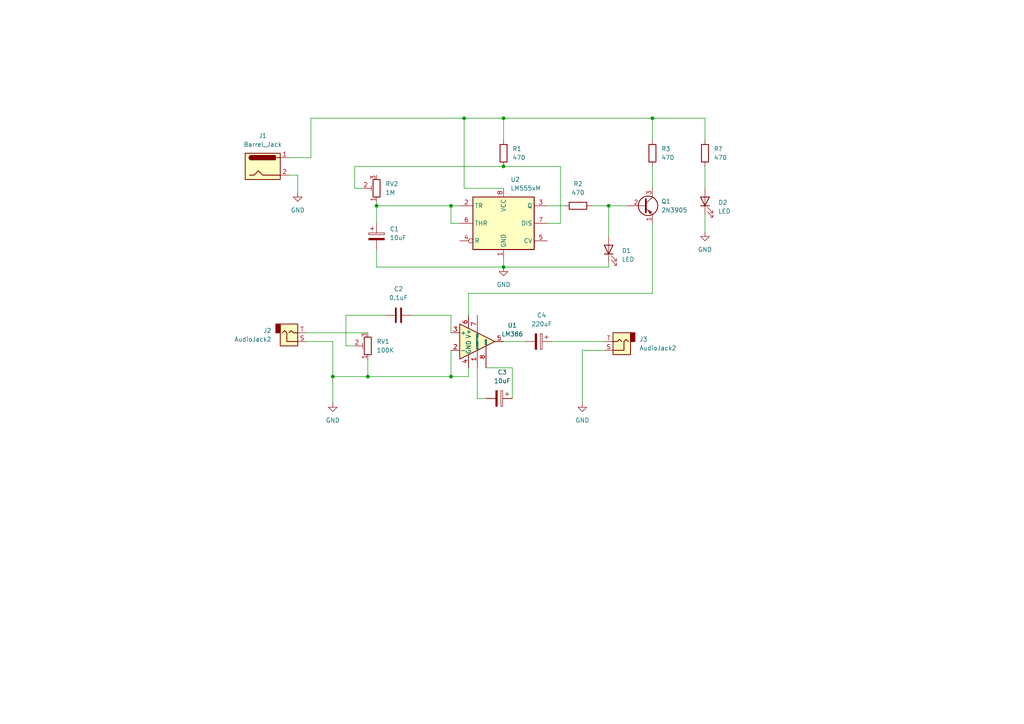
<source format=kicad_sch>
(kicad_sch (version 20211123) (generator eeschema)
  (paper "A4")
  (lib_symbols
    (symbol "Amplifier_Audio:LM386" (pin_names (offset 0.127))
      (property "Reference" "U" (at 1.27 7.62 0))
      (property "Value" "LM386" (at 1.27 5.08 0))
      (symbol "LM386_0_1"
        (polyline (pts (xy 5.08 0) (xy -5.08 5.08) (xy -5.08 -5.08) (xy 5.08 0)) (stroke (width 0.254)) (fill (type background)))
      )
      (symbol "LM386_1_1"
        (pin input line (at 0 -7.62 90) (length 5.08) (name "GAIN") (number "1"))
        (pin input line (at -7.62 -2.54 0) (length 2.54) (name "-") (number "2"))
        (pin input line (at -7.62 2.54 0) (length 2.54) (name "+") (number "3"))
        (pin power_in line (at -2.54 -7.62 90) (length 3.81) (name "GND") (number "4"))
        (pin output line (at 7.62 0 180) (length 2.54) (name "~") (number "5"))
        (pin power_in line (at -2.54 7.62 270) (length 3.81) (name "V+") (number "6"))
        (pin input line (at 0 7.62 270) (length 5.08) (name "BYPASS") (number "7"))
        (pin input line (at 2.54 -7.62 90) (length 6.35) (name "GAIN") (number "8"))
      )
    )
    (symbol "Connector:AudioJack2"
      (property "Reference" "J" (at 0 8.89 0))
      (property "Value" "AudioJack2" (at 0 6.35 0))
      (symbol "AudioJack2_0_1"
        (rectangle (start -3.81 0) (end -2.54 -2.54) (stroke (width 0.254)) (fill (type outline)))
        (rectangle (start -2.54 3.81) (end 2.54 -2.54) (stroke (width 0.254)) (fill (type background)))
        (polyline (pts (xy 0 0) (xy 0.635 -0.635) (xy 1.27 0) (xy 2.54 0)) (stroke (width 0.254)))
        (polyline (pts (xy 2.54 2.54) (xy -0.635 2.54) (xy -0.635 0) (xy -1.27 -0.635) (xy -1.905 0)) (stroke (width 0.254)))
      )
      (symbol "AudioJack2_1_1"
        (pin passive line (at 5.08 2.54 180) (length 2.54) (name "~") (number "S"))
        (pin passive line (at 5.08 0 180) (length 2.54) (name "~") (number "T"))
      )
    )
    (symbol "Connector:Barrel_Jack" (pin_names (offset 1.016))
      (property "Reference" "J" (at 0 5.334 0))
      (property "Value" "Barrel_Jack" (at 0 -5.08 0))
      (symbol "Barrel_Jack_0_1"
        (rectangle (start -5.08 3.81) (end 5.08 -3.81) (stroke (width 0.254)) (fill (type background)))
        (arc (start -3.302 3.175) (mid -3.937 2.54) (end -3.302 1.905) (stroke (width 0.254)))
        (arc (start -3.302 3.175) (mid -3.937 2.54) (end -3.302 1.905) (stroke (width 0.254)) (fill (type outline)))
        (polyline (pts (xy 5.08 2.54) (xy 3.81 2.54)) (stroke (width 0.254)))
        (polyline (pts (xy -3.81 -2.54) (xy -2.54 -2.54) (xy -1.27 -1.27) (xy 0 -2.54) (xy 2.54 -2.54) (xy 5.08 -2.54)) (stroke (width 0.254)))
        (rectangle (start 3.683 3.175) (end -3.302 1.905) (stroke (width 0.254)) (fill (type outline)))
      )
      (symbol "Barrel_Jack_1_1"
        (pin passive line (at 7.62 2.54 180) (length 2.54) (name "~") (number "1"))
        (pin passive line (at 7.62 -2.54 180) (length 2.54) (name "~") (number "2"))
      )
    )
    (symbol "Device:C" (pin_numbers hide) (pin_names (offset 0.254))
      (property "Reference" "C" (at 0.635 2.54 0))
      (property "Value" "C" (at 0.635 -2.54 0))
      (symbol "C_0_1"
        (polyline (pts (xy -2.032 -0.762) (xy 2.032 -0.762)) (stroke (width 0.508)))
        (polyline (pts (xy -2.032 0.762) (xy 2.032 0.762)) (stroke (width 0.508)))
      )
      (symbol "C_1_1"
        (pin passive line (at 0 3.81 270) (length 2.794) (name "~") (number "1"))
        (pin passive line (at 0 -3.81 90) (length 2.794) (name "~") (number "2"))
      )
    )
    (symbol "Device:C_Polarized" (pin_numbers hide) (pin_names (offset 0.254))
      (property "Reference" "C" (at 0.635 2.54 0))
      (property "Value" "C_Polarized" (at 0.635 -2.54 0))
      (symbol "C_Polarized_0_1"
        (rectangle (start -2.286 0.508) (end 2.286 1.016))
        (polyline (pts (xy -1.778 2.286) (xy -0.762 2.286)))
        (polyline (pts (xy -1.27 2.794) (xy -1.27 1.778)))
        (rectangle (start 2.286 -0.508) (end -2.286 -1.016) (fill (type outline)))
      )
      (symbol "C_Polarized_1_1"
        (pin passive line (at 0 3.81 270) (length 2.794) (name "~") (number "1"))
        (pin passive line (at 0 -3.81 90) (length 2.794) (name "~") (number "2"))
      )
    )
    (symbol "Device:LED" (pin_numbers hide) (pin_names (offset 1.016) hide)
      (property "Reference" "D" (at 0 2.54 0))
      (property "Value" "LED" (at 0 -2.54 0))
      (symbol "LED_0_1"
        (polyline (pts (xy -1.27 -1.27) (xy -1.27 1.27)) (stroke (width 0.254)))
        (polyline (pts (xy -1.27 0) (xy 1.27 0)))
        (polyline (pts (xy 1.27 -1.27) (xy 1.27 1.27) (xy -1.27 0) (xy 1.27 -1.27)) (stroke (width 0.254)))
        (polyline (pts (xy -3.048 -0.762) (xy -4.572 -2.286) (xy -3.81 -2.286) (xy -4.572 -2.286) (xy -4.572 -1.524)))
        (polyline (pts (xy -1.778 -0.762) (xy -3.302 -2.286) (xy -2.54 -2.286) (xy -3.302 -2.286) (xy -3.302 -1.524)))
      )
      (symbol "LED_1_1"
        (pin passive line (at -3.81 0 0) (length 2.54) (name "K") (number "1"))
        (pin passive line (at 3.81 0 180) (length 2.54) (name "A") (number "2"))
      )
    )
    (symbol "Device:R" (pin_numbers hide) (pin_names (offset 0))
      (property "Reference" "R" (at 2.032 0 90))
      (property "Value" "R" (at 0 0 90))
      (symbol "R_0_1"
        (rectangle (start -1.016 -2.54) (end 1.016 2.54) (stroke (width 0.254)))
      )
      (symbol "R_1_1"
        (pin passive line (at 0 3.81 270) (length 1.27) (name "~") (number "1"))
        (pin passive line (at 0 -3.81 90) (length 1.27) (name "~") (number "2"))
      )
    )
    (symbol "Device:R_Potentiometer_Trim" (pin_names (offset 1.016) hide)
      (property "Reference" "RV" (at -4.445 0 90))
      (property "Value" "R_Potentiometer_Trim" (at -2.54 0 90))
      (symbol "R_Potentiometer_Trim_0_1"
        (polyline (pts (xy 1.524 0.762) (xy 1.524 -0.762)))
        (polyline (pts (xy 2.54 0) (xy 1.524 0)))
        (rectangle (start 1.016 2.54) (end -1.016 -2.54) (stroke (width 0.254)))
      )
      (symbol "R_Potentiometer_Trim_1_1"
        (pin passive line (at 0 3.81 270) (length 1.27) (name "1") (number "1"))
        (pin passive line (at 3.81 0 180) (length 1.27) (name "2") (number "2"))
        (pin passive line (at 0 -3.81 90) (length 1.27) (name "3") (number "3"))
      )
    )
    (symbol "Timer:LM555xM"
      (property "Reference" "U?" (at 2.0194 12.7 0))
      (property "Value" "LM555xM" (at 2.0194 10.16 0))
      (symbol "LM555xM_0_0"
        (pin power_in line (at 0 -10.16 90) (length 2.54) (name "GND") (number "1"))
        (pin power_in line (at 0 10.16 270) (length 2.54) (name "VCC") (number "8"))
      )
      (symbol "LM555xM_0_1"
        (rectangle (start -8.89 -7.62) (end 8.89 7.62) (stroke (width 0.254)) (fill (type background)))
        (rectangle (start -8.89 -7.62) (end 8.89 7.62) (stroke (width 0.254)) (fill (type background)))
      )
      (symbol "LM555xM_1_1"
        (pin input line (at -12.7 5.08 0) (length 3.81) (name "TR") (number "2"))
        (pin output line (at 12.7 5.08 180) (length 3.81) (name "Q") (number "3"))
        (pin input inverted (at -12.7 -5.08 0) (length 3.81) (name "R") (number "4"))
        (pin input line (at 12.7 -5.08 180) (length 3.81) (name "CV") (number "5"))
        (pin input line (at -12.7 0 0) (length 3.81) (name "THR") (number "6"))
        (pin input line (at 12.7 0 180) (length 3.81) (name "DIS") (number "7"))
      )
    )
    (symbol "Transistor_BJT:2N3905" (pin_names (offset 0) hide)
      (property "Reference" "Q" (at 5.08 1.905 0))
      (property "Value" "2N3905" (at 5.08 0 0))
      (symbol "2N3905_0_1"
        (polyline (pts (xy 0.635 0.635) (xy 2.54 2.54)))
        (polyline (pts (xy 0.635 -0.635) (xy 2.54 -2.54) (xy 2.54 -2.54)))
        (polyline (pts (xy 0.635 1.905) (xy 0.635 -1.905) (xy 0.635 -1.905)) (stroke (width 0.508)))
        (polyline (pts (xy 2.286 -1.778) (xy 1.778 -2.286) (xy 1.27 -1.27) (xy 2.286 -1.778) (xy 2.286 -1.778)) (fill (type outline)))
        (circle (center 1.27 0) (radius 2.8194) (stroke (width 0.254)))
      )
      (symbol "2N3905_1_1"
        (pin passive line (at 2.54 -5.08 90) (length 2.54) (name "E") (number "1"))
        (pin input line (at -5.08 0 0) (length 5.715) (name "B") (number "2"))
        (pin passive line (at 2.54 5.08 270) (length 2.54) (name "C") (number "3"))
      )
    )
    (symbol "power:GND" (power) (pin_names (offset 0))
      (property "Value" "GND" (at 0 -3.81 0))
      (symbol "GND_0_1"
        (polyline (pts (xy 0 0) (xy 0 -1.27) (xy 1.27 -1.27) (xy 0 -2.54) (xy -1.27 -1.27) (xy 0 -1.27)))
      )
      (symbol "GND_1_1"
        (pin power_in line (at 0 0 270) (length 0) hide (name "GND") (number "1"))
      )
    )
  )
  (junction (at 146.05 48.26))
  (junction (at 109.22 59.69))
  (junction (at 146.05 34.29))
  (junction (at 146.05 77.47))
  (junction (at 96.52 109.22))
  (junction (at 106.68 109.22))
  (junction (at 130.81 59.69))
  (junction (at 176.53 59.69))
  (junction (at 189.23 34.29))
  (junction (at 134.62 34.29))
  (junction (at 130.81 109.22))
  (wire (pts (xy 96.52 99.06) (xy 96.52 109.22)))
  (wire (pts (xy 106.68 109.22) (xy 130.81 109.22)))
  (wire (pts (xy 146.05 48.26) (xy 162.56 48.26)))
  (wire (pts (xy 148.59 115.57) (xy 148.59 106.68)))
  (wire (pts (xy 106.68 109.22) (xy 96.52 109.22)))
  (wire (pts (xy 90.17 45.72) (xy 90.17 34.29)))
  (wire (pts (xy 135.89 91.44) (xy 135.89 85.09)))
  (wire (pts (xy 189.23 34.29) (xy 189.23 40.64)))
  (wire (pts (xy 102.87 54.61) (xy 105.41 54.61)))
  (wire (pts (xy 119.38 91.44) (xy 130.81 91.44)))
  (wire (pts (xy 162.56 48.26) (xy 162.56 64.77)))
  (wire (pts (xy 138.43 115.57) (xy 140.97 115.57)))
  (wire (pts (xy 130.81 101.6) (xy 130.81 109.22)))
  (wire (pts (xy 88.9 96.52) (xy 106.68 96.52)))
  (wire (pts (xy 176.53 77.47) (xy 176.53 76.2)))
  (wire (pts (xy 175.26 101.6) (xy 168.91 101.6)))
  (wire (pts (xy 189.23 48.26) (xy 189.23 54.61)))
  (wire (pts (xy 146.05 74.93) (xy 146.05 77.47)))
  (wire (pts (xy 204.47 34.29) (xy 204.47 40.64)))
  (wire (pts (xy 130.81 64.77) (xy 133.35 64.77)))
  (wire (pts (xy 83.82 45.72) (xy 90.17 45.72)))
  (wire (pts (xy 100.33 100.33) (xy 102.87 100.33)))
  (wire (pts (xy 168.91 101.6) (xy 168.91 116.84)))
  (wire (pts (xy 204.47 48.26) (xy 204.47 54.61)))
  (wire (pts (xy 146.05 77.47) (xy 176.53 77.47)))
  (wire (pts (xy 109.22 72.39) (xy 109.22 77.47)))
  (wire (pts (xy 109.22 77.47) (xy 146.05 77.47)))
  (wire (pts (xy 160.02 99.06) (xy 175.26 99.06)))
  (wire (pts (xy 189.23 34.29) (xy 204.47 34.29)))
  (wire (pts (xy 176.53 59.69) (xy 181.61 59.69)))
  (wire (pts (xy 146.05 54.61) (xy 134.62 54.61)))
  (wire (pts (xy 96.52 109.22) (xy 96.52 116.84)))
  (wire (pts (xy 146.05 34.29) (xy 146.05 40.64)))
  (wire (pts (xy 109.22 59.69) (xy 130.81 59.69)))
  (wire (pts (xy 102.87 48.26) (xy 102.87 54.61)))
  (wire (pts (xy 146.05 99.06) (xy 152.4 99.06)))
  (wire (pts (xy 130.81 109.22) (xy 135.89 109.22)))
  (wire (pts (xy 130.81 59.69) (xy 130.81 64.77)))
  (wire (pts (xy 111.76 91.44) (xy 100.33 91.44)))
  (wire (pts (xy 86.36 50.8) (xy 86.36 55.88)))
  (wire (pts (xy 134.62 54.61) (xy 134.62 34.29)))
  (wire (pts (xy 83.82 50.8) (xy 86.36 50.8)))
  (wire (pts (xy 146.05 34.29) (xy 189.23 34.29)))
  (wire (pts (xy 100.33 91.44) (xy 100.33 100.33)))
  (wire (pts (xy 148.59 106.68) (xy 140.97 106.68)))
  (wire (pts (xy 106.68 104.14) (xy 106.68 109.22)))
  (wire (pts (xy 189.23 85.09) (xy 189.23 64.77)))
  (wire (pts (xy 146.05 48.26) (xy 102.87 48.26)))
  (wire (pts (xy 171.45 59.69) (xy 176.53 59.69)))
  (wire (pts (xy 109.22 58.42) (xy 109.22 59.69)))
  (wire (pts (xy 134.62 34.29) (xy 146.05 34.29)))
  (wire (pts (xy 138.43 106.68) (xy 138.43 115.57)))
  (wire (pts (xy 158.75 59.69) (xy 163.83 59.69)))
  (wire (pts (xy 88.9 99.06) (xy 96.52 99.06)))
  (wire (pts (xy 135.89 109.22) (xy 135.89 106.68)))
  (wire (pts (xy 135.89 85.09) (xy 189.23 85.09)))
  (wire (pts (xy 130.81 59.69) (xy 133.35 59.69)))
  (wire (pts (xy 176.53 59.69) (xy 176.53 68.58)))
  (wire (pts (xy 90.17 34.29) (xy 134.62 34.29)))
  (wire (pts (xy 204.47 62.23) (xy 204.47 67.31)))
  (wire (pts (xy 109.22 59.69) (xy 109.22 64.77)))
  (wire (pts (xy 158.75 64.77) (xy 162.56 64.77)))
  (wire (pts (xy 130.81 91.44) (xy 130.81 96.52)))
  (symbol (lib_id "Device:R_Potentiometer_Trim") (at 109.22 54.61 180) (unit 1)
    (property "Reference" "RV2" (at 111.76 53.3399 0) (effects (justify right)))
    (property "Value" "1M" (at 111.76 55.8799 0) (effects (justify right)))
    (property "Footprint" "Potentiometer_THT:Potentiometer_ACP_CA6-H2,5_Horizontal" (effects hide))
  )
  (symbol (lib_id "power:GND") (at 86.36 55.88 0) (unit 1)
    (property "Reference" "#PWR01" (effects hide))
    (property "Value" "GND" (at 86.36 60.96 0))
  )
  (symbol (lib_id "Transistor_BJT:2N3905") (at 186.69 59.69 0) (unit 1)
    (property "Reference" "Q1" (at 191.77 58.4199 0) (effects (justify left)))
    (property "Value" "2N3905" (at 191.77 60.9599 0) (effects (justify left)))
    (property "Footprint" "Package_TO_SOT_THT:TO-92_Inline" (effects hide))
    (property "Datasheet" "https://www.nteinc.com/specs/original/2N3905_06.pdf" (effects hide))
  )
  (symbol (lib_id "Device:R") (at 146.05 44.45 0) (unit 1)
    (property "Reference" "R1" (at 148.59 43.1799 0) (effects (justify left)))
    (property "Value" "470" (at 148.59 45.7199 0) (effects (justify left)))
    (property "Footprint" "Resistor_THT:R_Array_SIP4" (effects hide))
  )
  (symbol (lib_id "Connector:Barrel_Jack") (at 76.2 48.26 0) (unit 1)
    (property "Reference" "J1" (at 76.2 39.37 0))
    (property "Value" "Barrel_Jack" (at 76.2 41.91 0))
    (property "Footprint" "Connector_BarrelJack:BarrelJack_CLIFF_FC681465S_SMT_Horizontal" (effects hide))
  )
  (symbol (lib_id "power:GND") (at 168.91 116.84 0) (unit 1)
    (property "Reference" "#PWR04" (effects hide))
    (property "Value" "GND" (at 168.91 121.92 0))
  )
  (symbol (lib_id "Device:LED") (at 176.53 72.39 90) (unit 1)
    (property "Reference" "D1" (at 180.34 72.7074 90) (effects (justify right)))
    (property "Value" "LED" (at 180.34 75.2474 90) (effects (justify right)))
    (property "Footprint" "LED_THT:LED_BL-FL7680RGB" (effects hide))
  )
  (symbol (lib_id "Device:C") (at 115.57 91.44 90) (unit 1)
    (property "Reference" "C2" (at 115.57 83.82 90))
    (property "Value" "0.1uF" (at 115.57 86.36 90))
    (property "Footprint" "Capacitor_THT:CP_Axial_L10.0mm_D4.5mm_P15.00mm_Horizontal" (effects hide))
  )
  (symbol (lib_id "power:GND") (at 204.47 67.31 0) (unit 1)
    (property "Reference" "#PWR05" (effects hide))
    (property "Value" "GND" (at 204.47 72.39 0))
  )
  (symbol (lib_id "Device:C_Polarized") (at 144.78 115.57 270) (unit 1)
    (property "Reference" "C3" (at 145.669 107.95 90))
    (property "Value" "10uF" (at 145.669 110.49 90))
    (property "Footprint" "Capacitor_THT:CP_Axial_L10.0mm_D4.5mm_P15.00mm_Horizontal" (effects hide))
  )
  (symbol (lib_id "Device:R") (at 167.64 59.69 90) (unit 1)
    (property "Reference" "R2" (at 167.64 53.34 90))
    (property "Value" "470" (at 167.64 55.88 90))
    (property "Footprint" "Resistor_THT:R_Array_SIP4" (effects hide))
  )
  (symbol (lib_id "Device:R_Potentiometer_Trim") (at 106.68 100.33 180) (unit 1)
    (property "Reference" "RV1" (at 109.22 99.0599 0) (effects (justify right)))
    (property "Value" "100K" (at 109.22 101.5999 0) (effects (justify right)))
    (property "Footprint" "Potentiometer_THT:Potentiometer_ACP_CA6-H2,5_Horizontal" (effects hide))
  )
  (symbol (lib_id "Device:R") (at 189.23 44.45 0) (unit 1)
    (property "Reference" "R3" (at 191.77 43.1799 0) (effects (justify left)))
    (property "Value" "470" (at 191.77 45.7199 0) (effects (justify left)))
    (property "Footprint" "Resistor_THT:R_Array_SIP4" (effects hide))
  )
  (symbol (lib_id "Device:C_Polarized") (at 156.21 99.06 270) (unit 1)
    (property "Reference" "C4" (at 157.099 91.44 90))
    (property "Value" "220uF" (at 157.099 93.98 90))
    (property "Footprint" "Capacitor_THT:CP_Axial_L10.0mm_D4.5mm_P15.00mm_Horizontal" (effects hide))
  )
  (symbol (lib_id "Connector:AudioJack2") (at 83.82 96.52 0) (mirror x) (unit 1)
    (property "Reference" "J2" (at 78.74 95.8849 0) (effects (justify right)))
    (property "Value" "AudioJack2" (at 78.74 98.4249 0) (effects (justify right)))
    (property "Footprint" "Connector_Audio:Jack_3.5mm_CUI_SJ-3523-SMT_Horizontal" (effects hide))
  )
  (symbol (lib_id "Timer:LM555xM") (at 146.05 64.77 0) (unit 1)
    (property "Reference" "U2" (at 148.0694 52.07 0) (effects (justify left)))
    (property "Value" "LM555xM" (at 148.0694 54.61 0) (effects (justify left)))
    (property "Footprint" "Package_SO:SOIC-8_3.9x4.9mm_P1.27mm" (effects hide))
    (property "Datasheet" "http://www.ti.com/lit/ds/symlink/lm555.pdf" (effects hide))
  )
  (symbol (lib_id "Device:C_Polarized") (at 109.22 68.58 0) (unit 1)
    (property "Reference" "C1" (at 113.03 66.4209 0) (effects (justify left)))
    (property "Value" "10uF" (at 113.03 68.9609 0) (effects (justify left)))
    (property "Footprint" "Capacitor_THT:CP_Axial_L10.0mm_D4.5mm_P15.00mm_Horizontal" (effects hide))
  )
  (symbol (lib_id "Connector:AudioJack2") (at 180.34 99.06 180) (unit 1)
    (property "Reference" "J3" (at 185.42 98.4249 0) (effects (justify right)))
    (property "Value" "AudioJack2" (at 185.42 100.9649 0) (effects (justify right)))
    (property "Footprint" "Connector_Audio:Jack_3.5mm_CUI_SJ-3523-SMT_Horizontal" (effects hide))
  )
  (symbol (lib_id "power:GND") (at 96.52 116.84 0) (unit 1)
    (property "Reference" "#PWR02" (effects hide))
    (property "Value" "GND" (at 96.52 121.92 0))
  )
  (symbol (lib_id "Amplifier_Audio:LM386") (at 138.43 99.06 0) (unit 1)
    (property "Reference" "U1" (at 148.59 94.361 0))
    (property "Value" "LM386" (at 148.59 96.901 0))
    (property "Footprint" "Package_DIP:DIP-8-16_W7.62mm" (effects hide))
    (property "Datasheet" "http://www.ti.com/lit/ds/symlink/lm386.pdf" (effects hide))
  )
  (symbol (lib_id "Device:R") (at 204.47 44.45 0) (unit 1)
    (property "Reference" "R?" (at 207.01 43.1799 0) (effects (justify left)))
    (property "Value" "470" (at 207.01 45.7199 0) (effects (justify left)))
    (property "Footprint" "Resistor_THT:R_Array_SIP4" (effects hide))
  )
  (symbol (lib_id "power:GND") (at 146.05 77.47 0) (unit 1)
    (property "Reference" "#PWR03" (effects hide))
    (property "Value" "GND" (at 146.05 82.55 0))
  )
  (symbol (lib_id "Device:LED") (at 204.47 58.42 90) (unit 1)
    (property "Reference" "D2" (at 208.28 58.7374 90) (effects (justify right)))
    (property "Value" "LED" (at 208.28 61.2774 90) (effects (justify right)))
    (property "Footprint" "LED_THT:LED_BL-FL7680RGB" (effects hide))
  )
)
</source>
